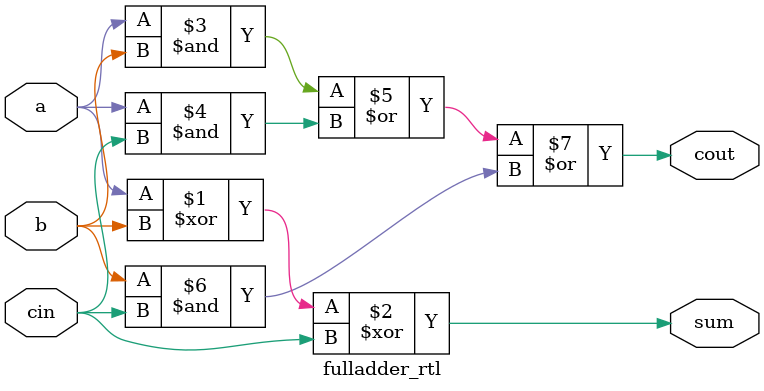
<source format=v>
module fulladder_rtl(a, b, cin, sum, cout);
    input a, b, cin;
    output sum, cout;

    assign sum = a ^ b ^ cin;
    assign cout = (a & b) | (a & cin) | (b & cin);
endmodule

// cout = (a ⊕ b) ⋅ cin + a ⋅ b = (a ⋅ b)|(a ⋅ cin)|(b ⋅ cin)
</source>
